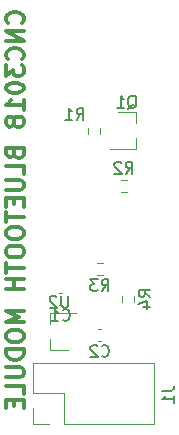
<source format=gbr>
G04 #@! TF.GenerationSoftware,KiCad,Pcbnew,(5.1.5)-3*
G04 #@! TF.CreationDate,2021-06-10T12:01:20+03:00*
G04 #@! TF.ProjectId,CNC3018Bluetooth,434e4333-3031-4384-926c-7565746f6f74,rev?*
G04 #@! TF.SameCoordinates,Original*
G04 #@! TF.FileFunction,Legend,Bot*
G04 #@! TF.FilePolarity,Positive*
%FSLAX46Y46*%
G04 Gerber Fmt 4.6, Leading zero omitted, Abs format (unit mm)*
G04 Created by KiCad (PCBNEW (5.1.5)-3) date 2021-06-10 12:01:20*
%MOMM*%
%LPD*%
G04 APERTURE LIST*
%ADD10C,0.300000*%
%ADD11C,0.120000*%
%ADD12C,0.150000*%
G04 APERTURE END LIST*
D10*
X130583714Y-93235857D02*
X130655142Y-93164428D01*
X130726571Y-92950142D01*
X130726571Y-92807285D01*
X130655142Y-92593000D01*
X130512285Y-92450142D01*
X130369428Y-92378714D01*
X130083714Y-92307285D01*
X129869428Y-92307285D01*
X129583714Y-92378714D01*
X129440857Y-92450142D01*
X129298000Y-92593000D01*
X129226571Y-92807285D01*
X129226571Y-92950142D01*
X129298000Y-93164428D01*
X129369428Y-93235857D01*
X130726571Y-93878714D02*
X129226571Y-93878714D01*
X130726571Y-94735857D01*
X129226571Y-94735857D01*
X130583714Y-96307285D02*
X130655142Y-96235857D01*
X130726571Y-96021571D01*
X130726571Y-95878714D01*
X130655142Y-95664428D01*
X130512285Y-95521571D01*
X130369428Y-95450142D01*
X130083714Y-95378714D01*
X129869428Y-95378714D01*
X129583714Y-95450142D01*
X129440857Y-95521571D01*
X129298000Y-95664428D01*
X129226571Y-95878714D01*
X129226571Y-96021571D01*
X129298000Y-96235857D01*
X129369428Y-96307285D01*
X129226571Y-96807285D02*
X129226571Y-97735857D01*
X129798000Y-97235857D01*
X129798000Y-97450142D01*
X129869428Y-97593000D01*
X129940857Y-97664428D01*
X130083714Y-97735857D01*
X130440857Y-97735857D01*
X130583714Y-97664428D01*
X130655142Y-97593000D01*
X130726571Y-97450142D01*
X130726571Y-97021571D01*
X130655142Y-96878714D01*
X130583714Y-96807285D01*
X129226571Y-98664428D02*
X129226571Y-98807285D01*
X129298000Y-98950142D01*
X129369428Y-99021571D01*
X129512285Y-99093000D01*
X129798000Y-99164428D01*
X130155142Y-99164428D01*
X130440857Y-99093000D01*
X130583714Y-99021571D01*
X130655142Y-98950142D01*
X130726571Y-98807285D01*
X130726571Y-98664428D01*
X130655142Y-98521571D01*
X130583714Y-98450142D01*
X130440857Y-98378714D01*
X130155142Y-98307285D01*
X129798000Y-98307285D01*
X129512285Y-98378714D01*
X129369428Y-98450142D01*
X129298000Y-98521571D01*
X129226571Y-98664428D01*
X130726571Y-100593000D02*
X130726571Y-99735857D01*
X130726571Y-100164428D02*
X129226571Y-100164428D01*
X129440857Y-100021571D01*
X129583714Y-99878714D01*
X129655142Y-99735857D01*
X129869428Y-101450142D02*
X129798000Y-101307285D01*
X129726571Y-101235857D01*
X129583714Y-101164428D01*
X129512285Y-101164428D01*
X129369428Y-101235857D01*
X129298000Y-101307285D01*
X129226571Y-101450142D01*
X129226571Y-101735857D01*
X129298000Y-101878714D01*
X129369428Y-101950142D01*
X129512285Y-102021571D01*
X129583714Y-102021571D01*
X129726571Y-101950142D01*
X129798000Y-101878714D01*
X129869428Y-101735857D01*
X129869428Y-101450142D01*
X129940857Y-101307285D01*
X130012285Y-101235857D01*
X130155142Y-101164428D01*
X130440857Y-101164428D01*
X130583714Y-101235857D01*
X130655142Y-101307285D01*
X130726571Y-101450142D01*
X130726571Y-101735857D01*
X130655142Y-101878714D01*
X130583714Y-101950142D01*
X130440857Y-102021571D01*
X130155142Y-102021571D01*
X130012285Y-101950142D01*
X129940857Y-101878714D01*
X129869428Y-101735857D01*
X129940857Y-104307285D02*
X130012285Y-104521571D01*
X130083714Y-104593000D01*
X130226571Y-104664428D01*
X130440857Y-104664428D01*
X130583714Y-104593000D01*
X130655142Y-104521571D01*
X130726571Y-104378714D01*
X130726571Y-103807285D01*
X129226571Y-103807285D01*
X129226571Y-104307285D01*
X129298000Y-104450142D01*
X129369428Y-104521571D01*
X129512285Y-104593000D01*
X129655142Y-104593000D01*
X129798000Y-104521571D01*
X129869428Y-104450142D01*
X129940857Y-104307285D01*
X129940857Y-103807285D01*
X130726571Y-106021571D02*
X130726571Y-105307285D01*
X129226571Y-105307285D01*
X129226571Y-106521571D02*
X130440857Y-106521571D01*
X130583714Y-106593000D01*
X130655142Y-106664428D01*
X130726571Y-106807285D01*
X130726571Y-107093000D01*
X130655142Y-107235857D01*
X130583714Y-107307285D01*
X130440857Y-107378714D01*
X129226571Y-107378714D01*
X129940857Y-108093000D02*
X129940857Y-108593000D01*
X130726571Y-108807285D02*
X130726571Y-108093000D01*
X129226571Y-108093000D01*
X129226571Y-108807285D01*
X129226571Y-109235857D02*
X129226571Y-110093000D01*
X130726571Y-109664428D02*
X129226571Y-109664428D01*
X129226571Y-110878714D02*
X129226571Y-111164428D01*
X129298000Y-111307285D01*
X129440857Y-111450142D01*
X129726571Y-111521571D01*
X130226571Y-111521571D01*
X130512285Y-111450142D01*
X130655142Y-111307285D01*
X130726571Y-111164428D01*
X130726571Y-110878714D01*
X130655142Y-110735857D01*
X130512285Y-110593000D01*
X130226571Y-110521571D01*
X129726571Y-110521571D01*
X129440857Y-110593000D01*
X129298000Y-110735857D01*
X129226571Y-110878714D01*
X129226571Y-112450142D02*
X129226571Y-112735857D01*
X129298000Y-112878714D01*
X129440857Y-113021571D01*
X129726571Y-113093000D01*
X130226571Y-113093000D01*
X130512285Y-113021571D01*
X130655142Y-112878714D01*
X130726571Y-112735857D01*
X130726571Y-112450142D01*
X130655142Y-112307285D01*
X130512285Y-112164428D01*
X130226571Y-112093000D01*
X129726571Y-112093000D01*
X129440857Y-112164428D01*
X129298000Y-112307285D01*
X129226571Y-112450142D01*
X129226571Y-113521571D02*
X129226571Y-114378714D01*
X130726571Y-113950142D02*
X129226571Y-113950142D01*
X130726571Y-114878714D02*
X129226571Y-114878714D01*
X129940857Y-114878714D02*
X129940857Y-115735857D01*
X130726571Y-115735857D02*
X129226571Y-115735857D01*
X130726571Y-117592999D02*
X129226571Y-117592999D01*
X130298000Y-118092999D01*
X129226571Y-118592999D01*
X130726571Y-118592999D01*
X129226571Y-119592999D02*
X129226571Y-119878714D01*
X129298000Y-120021571D01*
X129440857Y-120164428D01*
X129726571Y-120235857D01*
X130226571Y-120235857D01*
X130512285Y-120164428D01*
X130655142Y-120021571D01*
X130726571Y-119878714D01*
X130726571Y-119592999D01*
X130655142Y-119450142D01*
X130512285Y-119307285D01*
X130226571Y-119235857D01*
X129726571Y-119235857D01*
X129440857Y-119307285D01*
X129298000Y-119450142D01*
X129226571Y-119592999D01*
X130726571Y-120878714D02*
X129226571Y-120878714D01*
X129226571Y-121235857D01*
X129298000Y-121450142D01*
X129440857Y-121592999D01*
X129583714Y-121664428D01*
X129869428Y-121735857D01*
X130083714Y-121735857D01*
X130369428Y-121664428D01*
X130512285Y-121592999D01*
X130655142Y-121450142D01*
X130726571Y-121235857D01*
X130726571Y-120878714D01*
X129226571Y-122378714D02*
X130440857Y-122378714D01*
X130583714Y-122450142D01*
X130655142Y-122521571D01*
X130726571Y-122664428D01*
X130726571Y-122950142D01*
X130655142Y-123092999D01*
X130583714Y-123164428D01*
X130440857Y-123235857D01*
X129226571Y-123235857D01*
X130726571Y-124664428D02*
X130726571Y-123950142D01*
X129226571Y-123950142D01*
X129940857Y-125164428D02*
X129940857Y-125664428D01*
X130726571Y-125878714D02*
X130726571Y-125164428D01*
X129226571Y-125164428D01*
X129226571Y-125878714D01*
D11*
X139050500Y-116823258D02*
X139050500Y-116348742D01*
X140095500Y-116823258D02*
X140095500Y-116348742D01*
X136922742Y-113523500D02*
X137397258Y-113523500D01*
X136922742Y-114568500D02*
X137397258Y-114568500D01*
X132971000Y-120960000D02*
X134431000Y-120960000D01*
X132971000Y-117800000D02*
X135131000Y-117800000D01*
X132971000Y-117800000D02*
X132971000Y-118730000D01*
X132971000Y-120960000D02*
X132971000Y-120030000D01*
X138954742Y-106538500D02*
X139429258Y-106538500D01*
X138954742Y-107583500D02*
X139429258Y-107583500D01*
X136129500Y-102599258D02*
X136129500Y-102124742D01*
X137174500Y-102599258D02*
X137174500Y-102124742D01*
X140206000Y-100782000D02*
X138746000Y-100782000D01*
X140206000Y-103942000D02*
X138046000Y-103942000D01*
X140206000Y-103942000D02*
X140206000Y-103012000D01*
X140206000Y-100782000D02*
X140206000Y-101712000D01*
X131512000Y-125857000D02*
X131512000Y-127187000D01*
X131512000Y-127187000D02*
X132842000Y-127187000D01*
X131512000Y-124587000D02*
X134112000Y-124587000D01*
X134112000Y-124587000D02*
X134112000Y-127187000D01*
X134112000Y-127187000D02*
X141792000Y-127187000D01*
X141792000Y-121987000D02*
X141792000Y-127187000D01*
X131512000Y-121987000D02*
X141792000Y-121987000D01*
X131512000Y-121987000D02*
X131512000Y-124587000D01*
X137019420Y-119124000D02*
X137300580Y-119124000D01*
X137019420Y-120144000D02*
X137300580Y-120144000D01*
X133717420Y-116076000D02*
X133998580Y-116076000D01*
X133717420Y-117096000D02*
X133998580Y-117096000D01*
D12*
X141455380Y-116419333D02*
X140979190Y-116086000D01*
X141455380Y-115847904D02*
X140455380Y-115847904D01*
X140455380Y-116228857D01*
X140503000Y-116324095D01*
X140550619Y-116371714D01*
X140645857Y-116419333D01*
X140788714Y-116419333D01*
X140883952Y-116371714D01*
X140931571Y-116324095D01*
X140979190Y-116228857D01*
X140979190Y-115847904D01*
X140788714Y-117276476D02*
X141455380Y-117276476D01*
X140407761Y-117038380D02*
X141122047Y-116800285D01*
X141122047Y-117419333D01*
X137326666Y-115928380D02*
X137660000Y-115452190D01*
X137898095Y-115928380D02*
X137898095Y-114928380D01*
X137517142Y-114928380D01*
X137421904Y-114976000D01*
X137374285Y-115023619D01*
X137326666Y-115118857D01*
X137326666Y-115261714D01*
X137374285Y-115356952D01*
X137421904Y-115404571D01*
X137517142Y-115452190D01*
X137898095Y-115452190D01*
X136993333Y-114928380D02*
X136374285Y-114928380D01*
X136707619Y-115309333D01*
X136564761Y-115309333D01*
X136469523Y-115356952D01*
X136421904Y-115404571D01*
X136374285Y-115499809D01*
X136374285Y-115737904D01*
X136421904Y-115833142D01*
X136469523Y-115880761D01*
X136564761Y-115928380D01*
X136850476Y-115928380D01*
X136945714Y-115880761D01*
X136993333Y-115833142D01*
X134492904Y-116332380D02*
X134492904Y-117141904D01*
X134445285Y-117237142D01*
X134397666Y-117284761D01*
X134302428Y-117332380D01*
X134111952Y-117332380D01*
X134016714Y-117284761D01*
X133969095Y-117237142D01*
X133921476Y-117141904D01*
X133921476Y-116332380D01*
X133492904Y-116427619D02*
X133445285Y-116380000D01*
X133350047Y-116332380D01*
X133111952Y-116332380D01*
X133016714Y-116380000D01*
X132969095Y-116427619D01*
X132921476Y-116522857D01*
X132921476Y-116618095D01*
X132969095Y-116760952D01*
X133540523Y-117332380D01*
X132921476Y-117332380D01*
X139358666Y-105989380D02*
X139692000Y-105513190D01*
X139930095Y-105989380D02*
X139930095Y-104989380D01*
X139549142Y-104989380D01*
X139453904Y-105037000D01*
X139406285Y-105084619D01*
X139358666Y-105179857D01*
X139358666Y-105322714D01*
X139406285Y-105417952D01*
X139453904Y-105465571D01*
X139549142Y-105513190D01*
X139930095Y-105513190D01*
X138977714Y-105084619D02*
X138930095Y-105037000D01*
X138834857Y-104989380D01*
X138596761Y-104989380D01*
X138501523Y-105037000D01*
X138453904Y-105084619D01*
X138406285Y-105179857D01*
X138406285Y-105275095D01*
X138453904Y-105417952D01*
X139025333Y-105989380D01*
X138406285Y-105989380D01*
X135193066Y-101442780D02*
X135526400Y-100966590D01*
X135764495Y-101442780D02*
X135764495Y-100442780D01*
X135383542Y-100442780D01*
X135288304Y-100490400D01*
X135240685Y-100538019D01*
X135193066Y-100633257D01*
X135193066Y-100776114D01*
X135240685Y-100871352D01*
X135288304Y-100918971D01*
X135383542Y-100966590D01*
X135764495Y-100966590D01*
X134240685Y-101442780D02*
X134812114Y-101442780D01*
X134526400Y-101442780D02*
X134526400Y-100442780D01*
X134621638Y-100585638D01*
X134716876Y-100680876D01*
X134812114Y-100728495D01*
X139541238Y-100496619D02*
X139636476Y-100449000D01*
X139731714Y-100353761D01*
X139874571Y-100210904D01*
X139969809Y-100163285D01*
X140065047Y-100163285D01*
X140017428Y-100401380D02*
X140112666Y-100353761D01*
X140207904Y-100258523D01*
X140255523Y-100068047D01*
X140255523Y-99734714D01*
X140207904Y-99544238D01*
X140112666Y-99449000D01*
X140017428Y-99401380D01*
X139826952Y-99401380D01*
X139731714Y-99449000D01*
X139636476Y-99544238D01*
X139588857Y-99734714D01*
X139588857Y-100068047D01*
X139636476Y-100258523D01*
X139731714Y-100353761D01*
X139826952Y-100401380D01*
X140017428Y-100401380D01*
X138636476Y-100401380D02*
X139207904Y-100401380D01*
X138922190Y-100401380D02*
X138922190Y-99401380D01*
X139017428Y-99544238D01*
X139112666Y-99639476D01*
X139207904Y-99687095D01*
X142454380Y-124380666D02*
X143168666Y-124380666D01*
X143311523Y-124333047D01*
X143406761Y-124237809D01*
X143454380Y-124094952D01*
X143454380Y-123999714D01*
X143454380Y-125380666D02*
X143454380Y-124809238D01*
X143454380Y-125094952D02*
X142454380Y-125094952D01*
X142597238Y-124999714D01*
X142692476Y-124904476D01*
X142740095Y-124809238D01*
X137326666Y-121421142D02*
X137374285Y-121468761D01*
X137517142Y-121516380D01*
X137612380Y-121516380D01*
X137755238Y-121468761D01*
X137850476Y-121373523D01*
X137898095Y-121278285D01*
X137945714Y-121087809D01*
X137945714Y-120944952D01*
X137898095Y-120754476D01*
X137850476Y-120659238D01*
X137755238Y-120564000D01*
X137612380Y-120516380D01*
X137517142Y-120516380D01*
X137374285Y-120564000D01*
X137326666Y-120611619D01*
X136945714Y-120611619D02*
X136898095Y-120564000D01*
X136802857Y-120516380D01*
X136564761Y-120516380D01*
X136469523Y-120564000D01*
X136421904Y-120611619D01*
X136374285Y-120706857D01*
X136374285Y-120802095D01*
X136421904Y-120944952D01*
X136993333Y-121516380D01*
X136374285Y-121516380D01*
X134024666Y-118373142D02*
X134072285Y-118420761D01*
X134215142Y-118468380D01*
X134310380Y-118468380D01*
X134453238Y-118420761D01*
X134548476Y-118325523D01*
X134596095Y-118230285D01*
X134643714Y-118039809D01*
X134643714Y-117896952D01*
X134596095Y-117706476D01*
X134548476Y-117611238D01*
X134453238Y-117516000D01*
X134310380Y-117468380D01*
X134215142Y-117468380D01*
X134072285Y-117516000D01*
X134024666Y-117563619D01*
X133072285Y-118468380D02*
X133643714Y-118468380D01*
X133358000Y-118468380D02*
X133358000Y-117468380D01*
X133453238Y-117611238D01*
X133548476Y-117706476D01*
X133643714Y-117754095D01*
M02*

</source>
